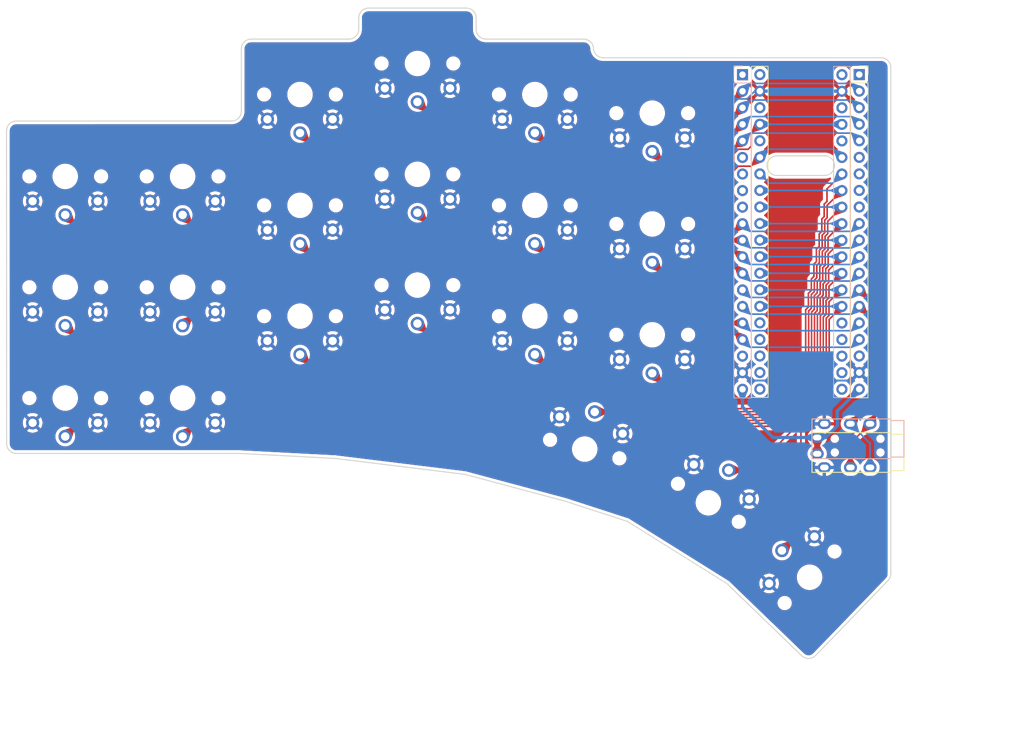
<source format=kicad_pcb>
(kicad_pcb (version 20241229) (generator "pcbnew") (generator_version "9.0")
  (title_block (title "kalypcb") (rev "v1.0.0") (company "Dwctor"))
  (layers (0 "F.Cu" signal) (2 "B.Cu" signal) (13 "F.Paste" user) (15 "B.Paste" user) (5 "F.SilkS" user "F.Silkscreen") (7 "B.SilkS" user "B.Silkscreen") (1 "F.Mask" user) (3 "B.Mask" user) (25 "Edge.Cuts" user))
  (net 0 "")
  (net 1 "GND")
  (net 2 "matrix_outer_bottom")
  (net 3 "matrix_outer_home")
  (net 4 "matrix_outer_top")
  (net 5 "matrix_pinky_bottom")
  (net 6 "matrix_pinky_home")
  (net 7 "matrix_pinky_top")
  (net 8 "matrix_ring_bottom")
  (net 9 "matrix_ring_home")
  (net 10 "matrix_ring_top")
  (net 11 "matrix_middle_bottom")
  (net 12 "matrix_middle_home")
  (net 13 "matrix_middle_top")
  (net 14 "matrix_index_bottom")
  (net 15 "matrix_index_home")
  (net 16 "matrix_index_top")
  (net 17 "matrix_inner_bottom")
  (net 18 "matrix_inner_home")
  (net 19 "matrix_inner_top")
  (net 20 "thumb_inny")
  (net 21 "thumb_middy")
  (net 22 "thumb_reachy")
  (net 23 "RX")
  (net 24 "TX")
  (net 25 "+3V3")
  (footprint "PG1350" (layer "F.Cu") (at 58 43.5 180)
    (property "Reference" "S8" (hide yes))
    (property "Value" "" (hide yes))
  )
  (footprint "PG1350" (layer "F.Cu") (at 120.602727 89.14088 -32)
    (property "Reference" "S20" (hide yes))
    (property "Value" "" (hide yes))
  )
  (footprint "PG1350" (layer "F.Cu") (at 76 55.74 180)
    (property "Reference" "S10" (hide yes))
    (property "Value" "" (hide yes))
  )
  (footprint "PG1350" (layer "F.Cu") (at 94 60.5 180)
    (property "Reference" "S13" (hide yes))
    (property "Value" "" (hide yes))
  )
  (footprint "PG1350" (layer "F.Cu") (at 40 73.07 180)
    (property "Reference" "S4" (hide yes))
    (property "Value" "" (hide yes))
  )
  (footprint "clipboard:1eb54394-d1bf-44fc-bfc9-1714e0e999b7" (layer "F.Cu") (at 141.08 36.16)
    (property "Reference" "" (hide yes))
    (property "Value" "" (hide yes))
  )
  (footprint "PG1350" (layer "F.Cu") (at 136.127212 100.56429 46)
    (property "Reference" "S21" (hide yes))
    (property "Value" "" (hide yes))
  )
  (footprint "PG1350" (layer "F.Cu") (at 40 56.07 180)
    (property "Reference" "S5" (hide yes))
    (property "Value" "" (hide yes))
  )
  (footprint "PG1350" (layer "F.Cu") (at 101.65 80.9 -15)
    (property "Reference" "S19" (hide yes))
    (property "Value" "" (hide yes))
  )
  (footprint "PG1350" (layer "F.Cu") (at 94 26.5 180)
    (property "Reference" "S15" (hide yes))
    (property "Value" "" (hide yes))
  )
  (footprint "PG1350" (layer "F.Cu") (at 22 73.07 180)
    (property "Reference" "S1" (hide yes))
    (property "Value" "" (hide yes))
  )
  (footprint "PG1350" (layer "F.Cu") (at 112 29.36 180)
    (property "Reference" "S18" (hide yes))
    (property "Value" "" (hide yes))
  )
  (footprint "Keebio-Parts:TRRS-PJ-320A" (layer "F.Cu") (at 148.59 81.42 -90)
    (property "Reference" "J1")
    (property "Value" "TRRS")
  )
  (footprint "PG1350" (layer "F.Cu") (at 76 38.74 180)
    (property "Reference" "S11" (hide yes))
    (property "Value" "" (hide yes))
  )
  (footprint "PG1350" (layer "F.Cu") (at 58 26.5 180)
    (property "Reference" "S9" (hide yes))
    (property "Value" "" (hide yes))
  )
  (footprint "PG1350" (layer "F.Cu") (at 40 39.07 180)
    (property "Reference" "S6" (hide yes))
    (property "Value" "" (hide yes))
  )
  (footprint "PG1350" (layer "F.Cu") (at 94 43.5 180)
    (property "Reference" "S14" (hide yes))
    (property "Value" "" (hide yes))
  )
  (footprint "PG1350" (layer "F.Cu") (at 76 21.74 180)
    (property "Reference" "S12" (hide yes))
    (property "Value" "" (hide yes))
  )
  (footprint "PG1350" (layer "F.Cu") (at 112 63.36 180)
    (property "Reference" "S16" (hide yes))
    (property "Value" "" (hide yes))
  )
  (footprint "PG1350" (layer "F.Cu") (at 22 39.07 180)
    (property "Reference" "S3" (hide yes))
    (property "Value" "" (hide yes))
  )
  (footprint "PG1350" (layer "F.Cu") (at 22 56.07 180)
    (property "Reference" "S2" (hide yes))
    (property "Value" "" (hide yes))
  )
  (footprint "PG1350" (layer "F.Cu") (at 112 46.36 180)
    (property "Reference" "S17" (hide yes))
    (property "Value" "" (hide yes))
  )
  (footprint "PG1350" (layer "F.Cu") (at 58 60.5 180)
    (property "Reference" "S7" (hide yes))
    (property "Value" "" (hide yes))
  )
  (gr_line (start 83.5 13.24) (end 68.5 13.24) (stroke (width 0.15)) (layer "Edge.Cuts"))
  (gr_line (start 108.181571 91.991886) (end 123.461902 101.540097) (stroke (width 0.15)) (layer "Edge.Cuts"))
  (gr_arc (start 67 14.74) (mid 67.439354 13.679354) (end 68.5 13.24) (stroke (width 0.15)) (layer "Edge.Cuts"))
  (gr_arc (start 48.999354 29.069354) (mid 48.56 30.13) (end 47.499354 30.569354) (stroke (width 0.15)) (layer "Edge.Cuts"))
  (gr_line (start 14.51 81.57) (end 48.793641 81.57) (stroke (width 0.15)) (layer "Edge.Cuts"))
  (gr_arc (start 104.490646 20.859354) (mid 103.43 20.42) (end 102.990646 19.359354) (stroke (width 0.15)) (layer "Edge.Cuts"))
  (gr_arc (start 101.500004 18.00273) (mid 102.507765 18.392676) (end 102.990645 19.359354) (stroke (width 0.15)) (layer "Edge.Cuts"))
  (gr_line (start 65.499354 17.999354) (end 50.5 18) (stroke (width 0.15)) (layer "Edge.Cuts"))
  (gr_line (start 138.439369 38.91) (end 131.0999 38.91) (stroke (width 0.15)) (layer "Edge.Cuts"))
  (gr_line (start 148.571022 99.86) (end 148.58 99.86) (stroke (width 0.15)) (layer "Edge.Cuts"))
  (gr_arc (start 139.939369 37.41) (mid 139.5 38.470631) (end 138.439369 38.91) (stroke (width 0.15)) (layer "Edge.Cuts"))
  (gr_arc (start 129.6 37.41) (mid 130.039369 36.349369) (end 131.1 35.91) (stroke (width 0.15)) (layer "Edge.Cuts"))
  (gr_line (start 83.28955 84.78018) (end 98.669466 88.901216) (stroke (width 0.15)) (layer "Edge.Cuts"))
  (gr_line (start 148.58 99.86) (end 148.58 22.36) (stroke (width 0.15)) (layer "Edge.Cuts"))
  (gr_line (start 48.999354 29.069354) (end 49 19.5) (stroke (width 0.15)) (layer "Edge.Cuts"))
  (gr_arc (start 131.0999 38.91) (mid 130.039269 38.470631) (end 129.5999 37.41) (stroke (width 0.15)) (layer "Edge.Cuts"))
  (gr_line (start 98.669466 88.901216) (end 108.181571 91.991886) (stroke (width 0.15)) (layer "Edge.Cuts"))
  (gr_arc (start 137.044003 112.570933) (mid 135.991169 113.028736) (end 134.923006 112.607956) (stroke (width 0.15)) (layer "Edge.Cuts"))
  (gr_line (start 86.500646 17.999354) (end 101.500004 18.00273) (stroke (width 0.15)) (layer "Edge.Cuts"))
  (gr_line (start 63.36358 82.333578) (end 83.28955 84.78018) (stroke (width 0.15)) (layer "Edge.Cuts"))
  (gr_arc (start 148.571022 99.86) (mid 148.498239 100.506565) (end 148.158537 101.061497) (stroke (width 0.15)) (layer "Edge.Cuts"))
  (gr_arc (start 49 19.5) (mid 49.439354 18.439354) (end 50.5 18) (stroke (width 0.15)) (layer "Edge.Cuts"))
  (gr_line (start 131.1 35.91) (end 138.439469 35.91) (stroke (width 0.15)) (layer "Edge.Cuts"))
  (gr_line (start 147.08 20.86) (end 104.490646 20.859354) (stroke (width 0.15)) (layer "Edge.Cuts"))
  (gr_line (start 47.499354 30.569354) (end 14.5 30.57) (stroke (width 0.15)) (layer "Edge.Cuts"))
  (gr_arc (start 86.500646 17.999354) (mid 85.44 17.56) (end 85.000646 16.499354) (stroke (width 0.15)) (layer "Edge.Cuts"))
  (gr_line (start 137.044003 112.570934) (end 148.158537 101.061497) (stroke (width 0.15)) (layer "Edge.Cuts"))
  (gr_arc (start 14.51 81.57) (mid 13.449354 81.130646) (end 13.01 80.07) (stroke (width 0.15)) (layer "Edge.Cuts"))
  (gr_line (start 85 14.74) (end 85.000646 16.499354) (stroke (width 0.15)) (layer "Edge.Cuts"))
  (gr_arc (start 83.5 13.24) (mid 84.560646 13.679354) (end 85 14.74) (stroke (width 0.15)) (layer "Edge.Cuts"))
  (gr_line (start 13.01 80.07) (end 13 32.07) (stroke (width 0.15)) (layer "Edge.Cuts"))
  (gr_arc (start 147.08 20.86) (mid 148.140639 21.299348) (end 148.58 22.36) (stroke (width 0.15)) (layer "Edge.Cuts"))
  (gr_arc (start 13 32.07) (mid 13.439354 31.009354) (end 14.5 30.57) (stroke (width 0.15)) (layer "Edge.Cuts"))
  (gr_arc (start 138.439469 35.91) (mid 139.5001 36.349369) (end 139.939469 37.41) (stroke (width 0.15)) (layer "Edge.Cuts"))
  (gr_line (start 123.461902 101.540097) (end 134.923006 112.607956) (stroke (width 0.15)) (layer "Edge.Cuts"))
  (gr_arc (start 66.999354 16.499354) (mid 66.56 17.56) (end 65.499354 17.999354) (stroke (width 0.15)) (layer "Edge.Cuts"))
  (gr_line (start 67 14.74) (end 66.999354 16.499354) (stroke (width 0.15)) (layer "Edge.Cuts"))
  (gr_line (start 48.793641 81.57) (end 63.36358 82.333578) (stroke (width 0.15)) (layer "Edge.Cuts"))
  (segment (start 122.985 27.175) (end 126.525 27.175) (width 0.25) (layer "B.Cu") (net 1))
  (segment (start 127.04 70.38) (end 125.84 69.18) (width 0.3) (layer "B.Cu") (net 1))
  (segment (start 143.74 69.16) (end 142.52 70.38) (width 0.3) (layer "B.Cu") (net 1))
  (segment (start 126.525 27.175) (end 127.72 25.98) (width 0.25) (layer "B.Cu") (net 1))
  (segment (start 128.5 25.98) (end 141.06 25.98) (width 0.5) (layer "B.Cu") (net 1))
  (segment (start 117 33.16) (end 122.985 27.175) (width 0.25) (layer "B.Cu") (net 1))
  (segment (start 141.06 25.98) (end 141.08 26) (width 0.5) (layer "B.Cu") (net 1))
  (segment (start 127.72 25.98) (end 128.5 25.98) (width 0.25) (layer "B.Cu") (net 1))
  (segment (start 142.52 70.38) (end 127.04 70.38) (width 0.3) (layer "B.Cu") (net 1))
  (segment (start 133.089772 76.5) (end 110.372792 76.5) (width 0.25) (layer "F.Cu") (net 2))
  (segment (start 66.786396 63.85) (end 62.086396 68.55) (width 0.25) (layer "F.Cu") (net 2))
  (segment (start 25.1345 75.8355) (end 22 78.97) (width 0.25) (layer "F.Cu") (net 2))
  (segment (start 110.372792 76.5) (end 103.172792 69.3) (width 0.25) (layer "F.Cu") (net 2))
  (segment (start 137.325 72.264772) (end 133.089772 76.5) (width 0.25) (layer "F.Cu") (net 2))
  (segment (start 138.2 55.547208) (end 138.2 57.290812) (width 0.25) (layer "F.Cu") (net 2))
  (segment (start 103.172792 69.3) (end 90.636396 69.3) (width 0.25) (layer "F.Cu") (net 2))
  (segment (start 25.1345 69.9655) (end 25.1345 75.8355) (width 0.25) (layer "F.Cu") (net 2))
  (segment (start 138.971802 50.968198) (end 138.971802 52.871802) (width 0.25) (layer "F.Cu") (net 2))
  (segment (start 62.086396 68.55) (end 26.55 68.55) (width 0.25) (layer "F.Cu") (net 2))
  (segment (start 138.591802 55.155406) (end 138.2 55.547208) (width 0.25) (layer "F.Cu") (net 2))
  (segment (start 85.186396 63.85) (end 66.786396 63.85) (width 0.25) (layer "F.Cu") (net 2))
  (segment (start 90.636396 69.3) (end 85.186396 63.85) (width 0.25) (layer "F.Cu") (net 2))
  (segment (start 138.971802 52.871802) (end 138.591802 53.251802) (width 0.25) (layer "F.Cu") (net 2))
  (segment (start 138.2 57.290812) (end 137.744885 57.745927) (width 0.25) (layer "F.Cu") (net 2))
  (segment (start 138.591802 53.251802) (end 138.591802 55.155406) (width 0.25) (layer "F.Cu") (net 2))
  (segment (start 137.744885 59.844885) (end 137.325 60.26477) (width 0.25) (layer "F.Cu") (net 2))
  (segment (start 137.325 60.26477) (end 137.325 72.264772) (width 0.25) (layer "F.Cu") (net 2))
  (segment (start 26.55 68.55) (end 25.1345 69.9655) (width 0.25) (layer "F.Cu") (net 2))
  (segment (start 137.744885 57.745927) (end 137.744885 59.844885) (width 0.25) (layer "F.Cu") (net 2))
  (segment (start 141.08 48.86) (end 138.971802 50.968198) (width 0.25) (layer "F.Cu") (net 2))
  (segment (start 141.06 48.84) (end 141.08 48.86) (width 0.25) (layer "B.Cu") (net 2))
  (segment (start 128.5 48.84) (end 141.06 48.84) (width 0.25) (layer "B.Cu") (net 2))
  (segment (start 55.865 52.135) (end 58 52.135) (width 0.25) (layer "F.Cu") (net 3))
  (segment (start 24.03 64) (end 44 64) (width 0.25) (layer "F.Cu") (net 3))
  (segment (start 58 52.135) (end 69.1 52.135) (width 0.25) (layer "F.Cu") (net 3))
  (segment (start 22 61.97) (end 24.03 64) (width 0.25) (layer "F.Cu") (net 3))
  (segment (start 69.1 52.135) (end 85.235 52.135) (width 0.25) (layer "F.Cu") (net 3))
  (segment (start 85.235 52.135) (end 89.4 56.3) (width 0.25) (layer "F.Cu") (net 3))
  (segment (start 118.04 56.3) (end 125.84 64.1) (width 0.25) (layer "F.Cu") (net 3))
  (segment (start 44 64) (end 55.865 52.135) (width 0.25) (layer "F.Cu") (net 3))
  (segment (start 89.4 56.3) (end 118.04 56.3) (width 0.25) (layer "F.Cu") (net 3))
  (segment (start 142.545 65.275) (end 143.74 64.08) (width 0.25) (layer "B.Cu") (net 3))
  (segment (start 127.015 65.275) (end 142.545 65.275) (width 0.25) (layer "B.Cu") (net 3))
  (segment (start 125.84 64.1) (end 127.015 65.275) (width 0.25) (layer "B.Cu") (net 3))
  (segment (start 122.388298 40.3) (end 125.194149 37.494149) (width 0.25) (layer "F.Cu") (net 4))
  (segment (start 22 44.97) (end 24.13 47.1) (width 0.25) (layer "F.Cu") (net 4))
  (segment (start 94.79396 35.605) (end 99.48896 40.3) (width 0.25) (layer "F.Cu") (net 4))
  (segment (start 56.895 35.605) (end 94.79396 35.605) (width 0.25) (layer "F.Cu") (net 4))
  (segment (start 24.13 47.1) (end 45.4 47.1) (width 0.25) (layer "F.Cu") (net 4))
  (segment (start 125.2 37.5) (end 127.14 37.5) (width 0.25) (layer "F.Cu") (net 4))
  (segment (start 125.194149 37.494149) (end 125.2 37.5) (width 0.25) (layer "F.Cu") (net 4))
  (segment (start 99.48896 40.3) (end 122.388298 40.3) (width 0.25) (layer "F.Cu") (net 4))
  (segment (start 127.14 37.5) (end 128.5 36.14) (width 0.25) (layer "F.Cu") (net 4))
  (segment (start 45.4 47.1) (end 56.895 35.605) (width 0.25) (layer "F.Cu") (net 4))
  (segment (start 128.5 36.14) (end 129.74 34.9) (width 0.25) (layer "B.Cu") (net 4))
  (segment (start 129.74 34.9) (end 139.82 34.9) (width 0.25) (layer "B.Cu") (net 4))
  (segment (start 139.82 34.9) (end 141.08 36.16) (width 0.25) (layer "B.Cu") (net 4))
  (segment (start 85 64.3) (end 90.45 69.75) (width 0.25) (layer "F.Cu") (net 5))
  (segment (start 138.65 55.733604) (end 139.041802 55.341802) (width 0.25) (layer "F.Cu") (net 5))
  (segment (start 44.67 69) (end 62.272792 69) (width 0.25) (layer "F.Cu") (net 5))
  (segment (start 138.2 57.927208) (end 138.65 57.477208) (width 0.25) (layer "F.Cu") (net 5))
  (segment (start 133.276168 76.95) (end 137.775 72.451168) (width 0.25) (layer "F.Cu") (net 5))
  (segment (start 43.16 75.81) (end 43.16 70.51) (width 0.25) (layer "F.Cu") (net 5))
  (segment (start 137.775 72.451168) (end 137.775 60.451166) (width 0.25) (layer "F.Cu") (net 5))
  (segment (start 40 78.97) (end 43.16 75.81) (width 0.25) (layer "F.Cu") (net 5))
  (segment (start 138.65 57.477208) (end 138.65 55.733604) (width 0.25) (layer "F.Cu") (net 5))
  (segment (start 90.45 69.75) (end 102.986396 69.75) (width 0.25) (layer "F.Cu") (net 5))
  (segment (start 110.186396 76.95) (end 133.276168 76.95) (width 0.25) (layer "F.Cu") (net 5))
  (segment (start 138.2 60.026166) (end 138.2 57.927208) (width 0.25) (layer "F.Cu") (net 5))
  (segment (start 102.986396 69.75) (end 110.186396 76.95) (width 0.25) (layer "F.Cu") (net 5))
  (segment (start 43.16 70.51) (end 44.67 69) (width 0.25) (layer "F.Cu") (net 5))
  (segment (start 137.775 60.451166) (end 138.2 60.026166) (width 0.25) (layer "F.Cu") (net 5))
  (segment (start 62.272792 69) (end 66.972792 64.3) (width 0.25) (layer "F.Cu") (net 5))
  (segment (start 139.041802 53.438198) (end 141.08 51.4) (width 0.25) (layer "F.Cu") (net 5))
  (segment (start 139.041802 55.341802) (end 139.041802 53.438198) (width 0.25) (layer "F.Cu") (net 5))
  (segment (start 66.972792 64.3) (end 85 64.3) (width 0.25) (layer "F.Cu") (net 5))
  (segment (start 141.06 51.38) (end 141.08 51.4) (width 0.25) (layer "B.Cu") (net 5))
  (segment (start 128.5 51.38) (end 141.06 51.38) (width 0.25) (layer "B.Cu") (net 5))
  (segment (start 47.5 57.85) (end 49.513604 57.85) (width 0.25) (layer "F.Cu") (net 6))
  (segment (start 49.513604 57.85) (end 55.678604 51.685) (width 0.25) (layer "F.Cu") (net 6))
  (segment (start 89.586396 55.85) (end 118.226396 55.85) (width 0.25) (layer "F.Cu") (net 6))
  (segment (start 55.678604 51.685) (end 85.421396 51.685) (width 0.25) (layer "F.Cu") (net 6))
  (segment (start 123.936396 61.56) (end 125.84 61.56) (width 0.25) (layer "F.Cu") (net 6))
  (segment (start 118.226396 55.85) (end 123.936396 61.56) (width 0.25) (layer "F.Cu") (net 6))
  (segment (start 85.421396 51.685) (end 89.586396 55.85) (width 0.25) (layer "F.Cu") (net 6))
  (segment (start 40 61.97) (end 44.12 57.85) (width 0.25) (layer "F.Cu") (net 6))
  (segment (start 44.12 57.85) (end 47.5 57.85) (width 0.25) (layer "F.Cu") (net 6))
  (segment (start 142.545 62.735) (end 143.74 61.54) (width 0.25) (layer "B.Cu") (net 6))
  (segment (start 125.84 61.56) (end 127.015 62.735) (width 0.25) (layer "B.Cu") (net 6))
  (segment (start 127.015 62.735) (end 142.545 62.735) (width 0.25) (layer "B.Cu") (net 6))
  (segment (start 125.2 34.9) (end 126.7 34.9) (width 0.25) (layer "F.Cu") (net 7))
  (segment (start 41.68 46.65) (end 45.213604 46.65) (width 0.25) (layer "F.Cu") (net 7))
  (segment (start 40 44.97) (end 41.68 46.65) (width 0.25) (layer "F.Cu") (net 7))
  (segment (start 124.5 35.6) (end 125.2 34.9) (width 0.25) (layer "F.Cu") (net 7))
  (segment (start 122.201902 39.85) (end 124.5 37.551902) (width 0.25) (layer "F.Cu") (net 7))
  (segment (start 126.7 34.9) (end 127.2 34.4) (width 0.25) (layer "F.Cu") (net 7))
  (segment (start 45.213604 46.65) (end 56.708604 35.155) (width 0.25) (layer "F.Cu") (net 7))
  (segment (start 56.708604 35.155) (end 94.980356 35.155) (width 0.25) (layer "F.Cu") (net 7))
  (segment (start 127.2 34.4) (end 127.2 32.36) (width 0.25) (layer "F.Cu") (net 7))
  (segment (start 99.675356 39.85) (end 122.201902 39.85) (width 0.25) (layer "F.Cu") (net 7))
  (segment (start 94.980356 35.155) (end 99.675356 39.85) (width 0.25) (layer "F.Cu") (net 7))
  (segment (start 124.5 37.551902) (end 124.5 35.6) (width 0.25) (layer "F.Cu") (net 7))
  (segment (start 127.2 32.36) (end 128.5 31.06) (width 0.25) (layer "F.Cu") (net 7))
  (segment (start 128.5 31.06) (end 141.06 31.06) (width 0.25) (layer "B.Cu") (net 7))
  (segment (start 141.06 31.06) (end 141.08 31.08) (width 0.25) (layer "B.Cu") (net 7))
  (segment (start 136.875 60.078374) (end 137.294885 59.658489) (width 0.25) (layer "F.Cu") (net 8))
  (segment (start 137.294885 57.559531) (end 137.75 57.104416) (width 0.25) (layer "F.Cu") (net 8))
  (segment (start 110.559188 76.05) (end 132.903376 76.05) (width 0.25) (layer "F.Cu") (net 8))
  (segment (start 103.359188 68.85) (end 110.559188 76.05) (width 0.25) (layer "F.Cu") (net 8))
  (segment (start 90.822792 68.85) (end 103.359188 68.85) (width 0.25) (layer "F.Cu") (net 8))
  (segment (start 138.951802 50.351802) (end 138.951802 48.448198) (width 0.25) (layer "F.Cu") (net 8))
  (segment (start 58 66.4) (end 59.7 68.1) (width 0.25) (layer "F.Cu") (net 8))
  (segment (start 59.7 68.1) (end 61.9 68.1) (width 0.25) (layer "F.Cu") (net 8))
  (segment (start 137.75 57.104416) (end 137.75 55.360812) (width 0.25) (layer "F.Cu") (net 8))
  (segment (start 61.9 68.1) (end 66.6 63.4) (width 0.25) (layer "F.Cu") (net 8))
  (segment (start 66.6 63.4) (end 85.372792 63.4) (width 0.25) (layer "F.Cu") (net 8))
  (segment (start 138.141802 53.065406) (end 138.521802 52.685406) (width 0.25) (layer "F.Cu") (net 8))
  (segment (start 138.521802 50.781802) (end 138.951802 50.351802) (width 0.25) (layer "F.Cu") (net 8))
  (segment (start 138.521802 52.685406) (end 138.521802 50.781802) (width 0.25) (layer "F.Cu") (net 8))
  (segment (start 85.372792 63.4) (end 90.822792 68.85) (width 0.25) (layer "F.Cu") (net 8))
  (segment (start 138.141802 54.96901) (end 138.141802 53.065406) (width 0.25) (layer "F.Cu") (net 8))
  (segment (start 132.903376 76.05) (end 136.875 72.078376) (width 0.25) (layer "F.Cu") (net 8))
  (segment (start 137.294885 59.658489) (end 137.294885 57.559531) (width 0.25) (layer "F.Cu") (net 8))
  (segment (start 136.875 72.078376) (end 136.875 60.078374) (width 0.25) (layer "F.Cu") (net 8))
  (segment (start 138.951802 48.448198) (end 141.08 46.32) (width 0.25) (layer "F.Cu") (net 8))
  (segment (start 137.75 55.360812) (end 138.141802 54.96901) (width 0.25) (layer "F.Cu") (net 8))
  (segment (start 128.5 46.3) (end 141.06 46.3) (width 0.25) (layer "B.Cu") (net 8))
  (segment (start 141.06 46.3) (end 141.08 46.32) (width 0.25) (layer "B.Cu") (net 8))
  (segment (start 59.835 51.235) (end 85.607792 51.235) (width 0.25) (layer "F.Cu") (net 9))
  (segment (start 58 49.4) (end 59.835 51.235) (width 0.25) (layer "F.Cu") (net 9))
  (segment (start 124.084594 52.184594) (end 125.84 53.94) (width 0.25) (layer "F.Cu") (net 9))
  (segment (start 121.884594 52.184594) (end 124.084594 52.184594) (width 0.25) (layer "F.Cu") (net 9))
  (segment (start 85.607792 51.235) (end 89.772792 55.4) (width 0.25) (layer "F.Cu") (net 9))
  (segment (start 89.772792 55.4) (end 118.669188 55.4) (width 0.25) (layer "F.Cu") (net 9))
  (segment (start 118.669188 55.4) (end 121.884594 52.184594) (width 0.25) (layer "F.Cu") (net 9))
  (segment (start 126.995 55.095) (end 140.573299 55.095) (width 0.25) (layer "B.Cu") (net 9))
  (segment (start 142.545 55.115) (end 143.74 53.92) (width 0.25) (layer "B.Cu") (net 9))
  (segment (start 140.573299 55.095) (end 140.593299 55.115) (width 0.25) (layer "B.Cu") (net 9))
  (segment (start 125.84 53.94) (end 126.995 55.095) (width 0.25) (layer "B.Cu") (net 9))
  (segment (start 140.593299 55.115) (end 142.545 55.115) (width 0.25) (layer "B.Cu") (net 9))
  (segment (start 60.305 34.705) (end 95.166752 34.705) (width 0.25) (layer "F.Cu") (net 10))
  (segment (start 98.472792 38) (end 99.872792 39.4) (width 0.25) (layer "F.Cu") (net 10))
  (segment (start 58 32.4) (end 60.305 34.705) (width 0.25) (layer "F.Cu") (net 10))
  (segment (start 124.05 35.41) (end 125.84 33.62) (width 0.25) (layer "F.Cu") (net 10))
  (segment (start 122.015506 39.4) (end 124.05 37.365506) (width 0.25) (layer "F.Cu") (net 10))
  (segment (start 99.872792 39.4) (end 122.015506 39.4) (width 0.25) (layer "F.Cu") (net 10))
  (segment (start 98.461752 38) (end 98.472792 38) (width 0.25) (layer "F.Cu") (net 10))
  (segment (start 95.166752 34.705) (end 98.461752 38) (width 0.25) (layer "F.Cu") (net 10))
  (segment (start 124.05 37.365506) (end 124.05 35.41) (width 0.25) (layer "F.Cu") (net 10))
  (segment (start 127.035 32.425) (end 142.565 32.425) (width 0.25) (layer "B.Cu") (net 10))
  (segment (start 142.565 32.425) (end 143.74 33.6) (width 0.25) (layer "B.Cu") (net 10))
  (segment (start 125.84 33.62) (end 127.035 32.425) (width 0.25) (layer "B.Cu") (net 10))
  (segment (start 138.9 45.96) (end 141.08 43.78) (width 0.25) (layer "F.Cu") (net 11))
  (segment (start 77.31 62.95) (end 87.05 62.95) (width 0.25) (layer "F.Cu") (net 11))
  (segment (start 138.9 47.863604) (end 138.9 45.96) (width 0.25) (layer "F.Cu") (net 11))
  (segment (start 138.501802 50.165406) (end 138.501802 48.261802) (width 0.25) (layer "F.Cu") (net 11))
  (segment (start 87.7 62.3) (end 90.4 62.3) (width 0.25) (layer "F.Cu") (net 11))
  (segment (start 137.687208 52.883604) (end 138.071802 52.49901) (width 0.25) (layer "F.Cu") (net 11))
  (segment (start 92.6 68.4) (end 103.545584 68.4) (width 0.25) (layer "F.Cu") (net 11))
  (segment (start 76 61.64) (end 77.31 62.95) (width 0.25) (layer "F.Cu") (net 11))
  (segment (start 91.5 63.4) (end 91.5 67.3) (width 0.25) (layer "F.Cu") (net 11))
  (segment (start 137.687208 54.787208) (end 137.687208 52.883604) (width 0.25) (layer "F.Cu") (net 11))
  (segment (start 136.425 59.891978) (end 136.844885 59.472093) (width 0.25) (layer "F.Cu") (net 11))
  (segment (start 138.071802 50.595406) (end 138.501802 50.165406) (width 0.25) (layer "F.Cu") (net 11))
  (segment (start 137.3 56.91802) (end 137.3 55.174416) (width 0.25) (layer "F.Cu") (net 11))
  (segment (start 90.4 62.3) (end 91.5 63.4) (width 0.25) (layer "F.Cu") (net 11))
  (segment (start 136.844885 57.373135) (end 137.3 56.91802) (width 0.25) (layer "F.Cu") (net 11))
  (segment (start 91.5 67.3) (end 92.6 68.4) (width 0.25) (layer "F.Cu") (net 11))
  (segment (start 136.844885 59.472093) (end 136.844885 57.373135) (width 0.25) (layer "F.Cu") (net 11))
  (segment (start 103.545584 68.4) (end 110.745584 75.6) (width 0.25) (layer "F.Cu") (net 11))
  (segment (start 132.71698 75.6) (end 136.425 71.89198) (width 0.25) (layer "F.Cu") (net 11))
  (segment (start 138.071802 52.49901) (end 138.071802 50.595406) (width 0.25) (layer "F.Cu") (net 11))
  (segment (start 137.3 55.174416) (end 137.687208 54.787208) (width 0.25) (layer "F.Cu") (net 11))
  (segment (start 87.05 62.95) (end 87.7 62.3) (width 0.25) (layer "F.Cu") (net 11))
  (segment (start 138.501802 48.261802) (end 138.9 47.863604) (width 0.25) (layer "F.Cu") (net 11))
  (segment (start 136.425 71.89198) (end 136.425 59.891978) (width 0.25) (layer "F.Cu") (net 11))
  (segment (start 110.745584 75.6) (end 132.71698 75.6) (width 0.25) (layer "F.Cu") (net 11))
  (segment (start 128.5 43.76) (end 141.06 43.76) (width 0.25) (layer "B.Cu") (net 11))
  (segment (start 141.06 43.76) (end 141.08 43.78) (width 0.25) (layer "B.Cu") (net 11))
  (segment (start 76 44.64) (end 82.145 50.785) (width 0.25) (layer "F.Cu") (net 12))
  (segment (start 89.959188 54.95) (end 118.482792 54.95) (width 0.25) (layer "F.Cu") (net 12))
  (segment (start 82.145 50.785) (end 85.794188 50.785) (width 0.25) (layer "F.Cu") (net 12))
  (segment (start 118.482792 54.95) (end 122.916396 50.516396) (width 0.25) (layer "F.Cu") (net 12))
  (segment (start 85.794188 50.785) (end 89.959188 54.95) (width 0.25) (layer "F.Cu") (net 12))
  (segment (start 124.956396 50.516396) (end 125.84 51.4) (width 0.25) (layer "F.Cu") (net 12))
  (segment (start 122.916396 50.516396) (end 124.956396 50.516396) (width 0.25) (layer "F.Cu") (net 12))
  (segment (start 142.545 52.575) (end 143.74 51.38) (width 0.25) (layer "B.Cu") (net 12))
  (segment (start 127.015 52.575) (end 142.545 52.575) (width 0.25) (layer "B.Cu") (net 12))
  (segment (start 125.84 51.4) (end 127.015 52.575) (width 0.25) (layer "B.Cu") (net 12))
  (segment (start 121.82911 38.95) (end 123.589555 37.189555) (width 0.25) (layer "F.Cu") (net 13))
  (segment (start 82.615 34.255) (end 95.353148 34.255) (width 0.25) (layer "F.Cu") (net 13))
  (segment (start 76 27.64) (end 82.615 34.255) (width 0.25) (layer "F.Cu") (net 13))
  (segment (start 124.061802 32.858198) (end 125.84 31.08) (width 0.25) (layer "F.Cu") (net 13))
  (segment (start 95.353148 34.255) (end 98.648148 37.55) (width 0.25) (layer "F.Cu") (net 13))
  (segment (start 124.061802 34.761802) (end 124.061802 32.858198) (width 0.25) (layer "F.Cu") (net 13))
  (segment (start 123.589555 37.189555) (end 123.589555 35.234049) (width 0.25) (layer "F.Cu") (net 13))
  (segment (start 98.659188 37.55) (end 100.059188 38.95) (width 0.25) (layer "F.Cu") (net 13))
  (segment (start 123.589555 35.234049) (end 124.061802 34.761802) (width 0.25) (layer "F.Cu") (net 13))
  (segment (start 98.648148 37.55) (end 98.659188 37.55) (width 0.25) (layer "F.Cu") (net 13))
  (segment (start 100.059188 38.95) (end 121.82911 38.95) (width 0.25) (layer "F.Cu") (net 13))
  (segment (start 125.84 31.08) (end 127.035 29.885) (width 0.25) (layer "B.Cu") (net 13))
  (segment (start 127.035 29.885) (end 142.565 29.885) (width 0.25) (layer "B.Cu") (net 13))
  (segment (start 142.565 29.885) (end 143.74 31.06) (width 0.25) (layer "B.Cu") (net 13))
  (segment (start 138.051802 49.97901) (end 137.621802 50.40901) (width 0.25) (layer "F.Cu") (net 14))
  (segment (start 138.811802 45.411802) (end 138.45 45.773604) (width 0.25) (layer "F.Cu") (net 14))
  (segment (start 136.394885 59.285697) (end 135.975 59.705582) (width 0.25) (layer "F.Cu") (net 14))
  (segment (start 138.811802 43.508198) (end 138.811802 45.411802) (width 0.25) (layer "F.Cu") (net 14))
  (segment (start 137.237208 54.600812) (end 136.85 54.98802) (width 0.25) (layer "F.Cu") (net 14))
  (segment (start 132.530584 75.15) (end 110.93198 75.15) (width 0.25) (layer "F.Cu") (net 14))
  (segment (start 135.975 71.705584) (end 132.530584 75.15) (width 0.25) (layer "F.Cu") (net 14))
  (segment (start 137.621802 52.312614) (end 137.237208 52.697208) (width 0.25) (layer "F.Cu") (net 14))
  (segment (start 135.975 59.705582) (end 135.975 71.705584) (width 0.25) (layer "F.Cu") (net 14))
  (segment (start 141.08 41.24) (end 138.811802 43.508198) (width 0.25) (layer "F.Cu") (net 14))
  (segment (start 138.45 47.677208) (end 138.051802 48.075406) (width 0.25) (layer "F.Cu") (net 14))
  (segment (start 136.85 56.731624) (end 136.394885 57.186739) (width 0.25) (layer "F.Cu") (net 14))
  (segment (start 95.55 67.95) (end 94 66.4) (width 0.25) (layer "F.Cu") (net 14))
  (segment (start 136.394885 57.186739) (end 136.394885 59.285697) (width 0.25) (layer "F.Cu") (net 14))
  (segment (start 136.85 54.98802) (end 136.85 56.731624) (width 0.25) (layer "F.Cu") (net 14))
  (segment (start 138.051802 48.075406) (end 138.051802 49.97901) (width 0.25) (layer "F.Cu") (net 14))
  (segment (start 137.621802 50.40901) (end 137.621802 52.312614) (width 0.25) (layer "F.Cu") (net 14))
  (segment (start 137.237208 52.697208) (end 137.237208 54.600812) (width 0.25) (layer "F.Cu") (net 14))
  (segment (start 138.45 45.773604) (end 138.45 47.677208) (width 0.25) (layer "F.Cu") (net 14))
  (segment (start 110.93198 75.15) (end 103.73198 67.95) (width 0.25) (layer "F.Cu") (net 14))
  (segment (start 103.73198 67.95) (end 95.55 67.95) (width 0.25) (layer "F.Cu") (net 14))
  (segment (start 128.5 41.22) (end 141.06 41.22) (width 0.25) (layer "B.Cu") (net 14))
  (segment (start 141.06 41.22) (end 141.08 41.24) (width 0.25) (layer "B.Cu") (net 14))
  (segment (start 94 49.4) (end 99.1 54.5) (width 0.25) (layer "F.Cu") (net 15))
  (segment (start 99.1 54.5) (end 118.296396 54.5) (width 0.25) (layer "F.Cu") (net 15))
  (segment (start 118.296396 54.5) (end 123.936396 48.86) (width 0.25) (layer "F.Cu") (net 15))
  (segment (start 123.936396 48.86) (end 125.84 48.86) (width 0.25) (layer "F.Cu") (net 15))
  (segment (start 142.545 50.035) (end 143.74 48.84) (width 0.25) (layer "B.Cu") (net 15))
  (segment (start 126.995 50.015) (end 139.19 50.015) (width 0.25) (layer "B.Cu") (net 15))
  (segment (start 139.21 50.035) (end 142.545 50.035) (width 0.25) (layer "B.Cu") (net 15))
  (segment (start 139.19 50.015) (end 139.21 50.035) (width 0.25) (layer "B.Cu") (net 15))
  (segment (start 125.84 48.86) (end 126.995 50.015) (width 0.25) (layer "B.Cu") (net 15))
  (segment (start 100.245584 38.5) (end 121.642714 38.5) (width 0.25) (layer "F.Cu") (net 16))
  (segment (start 123.991802 32.291802) (end 123.991802 30.388198) (width 0.25) (layer "F.Cu") (net 16))
  (segment (start 123.139555 37.003159) (end 123.139555 35.047653) (width 0.25) (layer "F.Cu") (net 16))
  (segment (start 94.134544 32.4) (end 98.717272 36.982728) (width 0.25) (layer "F.Cu") (net 16))
  (segment (start 98.717272 36.982728) (end 98.728312 36.982728) (width 0.25) (layer "F.Cu") (net 16))
  (segment (start 123.611802 32.671802) (end 123.991802 32.291802) (width 0.25) (layer "F.Cu") (net 16))
  (segment (start 98.728312 36.982728) (end 100.245584 38.5) (width 0.25) (layer "F.Cu") (net 16))
  (segment (start 121.642714 38.5) (end 123.139555 37.003159) (width 0.25) (layer "F.Cu") (net 16))
  (segment (start 123.139555 35.047653) (end 123.611802 34.575406) (width 0.25) (layer "F.Cu") (net 16))
  (segment (start 123.611802 34.575406) (end 123.611802 32.671802) (width 0.25) (layer "F.Cu") (net 16))
  (segment (start 123.991802 30.388198) (end 125.84 28.54) (width 0.25) (layer "F.Cu") (net 16))
  (segment (start 94 32.4) (end 94.134544 32.4) (width 0.25) (layer "F.Cu") (net 16))
  (segment (start 142.565 27.345) (end 143.74 28.52) (width 0.25) (layer "B.Cu") (net 16))
  (segment (start 127.035 27.345) (end 142.565 27.345) (width 0.25) (layer "B.Cu") (net 16))
  (segment (start 125.84 28.54) (end 127.035 27.345) (width 0.25) (layer "B.Cu") (net 16))
  (segment (start 136.787208 54.414416) (end 136.787208 52.510812) (width 0.25) (layer "F.Cu") (net 17))
  (segment (start 132.344188 74.7) (end 135.525 71.519188) (width 0.25) (layer "F.Cu") (net 17))
  (segment (start 135.525 59.519186) (end 135.944885 59.099301) (width 0.25) (layer "F.Cu") (net 17))
  (segment (start 135.944885 59.099301) (end 135.944885 57.000343) (width 0.25) (layer "F.Cu") (net 17))
  (segment (start 136.4 56.545228) (end 136.4 54.801624) (width 0.25) (layer "F.Cu") (net 17))
  (segment (start 135.944885 57.000343) (end 136.4 56.545228) (width 0.25) (layer "F.Cu") (net 17))
  (segment (start 137.171802 52.126218) (end 137.171802 50.222614) (width 0.25) (layer "F.Cu") (net 17))
  (segment (start 136.787208 52.510812) (end 137.171802 52.126218) (width 0.25) (layer "F.Cu") (net 17))
  (segment (start 138.791802 40.988198) (end 141.08 38.7) (width 0.25) (layer "F.Cu") (net 17))
  (segment (start 138 45.587208) (end 138.361802 45.225406) (width 0.25) (layer "F.Cu") (net 17))
  (segment (start 112 69.26) (end 117.44 74.7) (width 0.25) (layer "F.Cu") (net 17))
  (segment (start 117.44 74.7) (end 132.344188 74.7) (width 0.25) (layer "F.Cu") (net 17))
  (segment (start 137.601802 49.792614) (end 137.601802 47.88901) (width 0.25) (layer "F.Cu") (net 17))
  (segment (start 138 47.490812) (end 138 45.587208) (width 0.25) (layer "F.Cu") (net 17))
  (segment (start 138.361802 43.321802) (end 138.791802 42.891802) (width 0.25) (layer "F.Cu") (net 17))
  (segment (start 138.361802 45.225406) (end 138.361802 43.321802) (width 0.25) (layer "F.Cu") (net 17))
  (segment (start 138.791802 42.891802) (end 138.791802 40.988198) (width 0.25) (layer "F.Cu") (net 17))
  (segment (start 135.525 71.519188) (end 135.525 59.519186) (width 0.25) (layer "F.Cu") (net 17))
  (segment (start 137.171802 50.222614) (end 137.601802 49.792614) (width 0.25) (layer "F.Cu") (net 17))
  (segment (start 136.4 54.801624) (end 136.787208 54.414416) (width 0.25) (layer "F.Cu") (net 17))
  (segment (start 137.601802 47.88901) (end 138 47.490812) (width 0.25) (layer "F.Cu") (net 17))
  (segment (start 129.355 39.535) (end 129.355 39.555) (width 0.25) (layer "B.Cu") (net 17))
  (segment (start 139.68 40.1) (end 141.08 38.7) (width 0.25) (layer "B.Cu") (net 17))
  (segment (start 128.5 38.68) (end 129.355 39.535) (width 0.25) (layer "B.Cu") (net 17))
  (segment (start 129.355 39.555) (end 129.9 40.1) (width 0.25) (layer "B.Cu") (net 17))
  (segment (start 129.9 40.1) (end 139.68 40.1) (width 0.25) (layer "B.Cu") (net 17))
  (segment (start 113.79 54.05) (end 118.11 54.05) (width 0.25) (layer "F.Cu") (net 18))
  (segment (start 112 52.26) (end 113.79 54.05) (width 0.25) (layer "F.Cu") (net 18))
  (segment (start 118.11 54.05) (end 125.84 46.32) (width 0.25) (layer "F.Cu") (net 18))
  (segment (start 127.015 47.495) (end 142.545 47.495) (width 0.25) (layer "B.Cu") (net 18))
  (segment (start 142.545 47.495) (end 143.74 46.3) (width 0.25) (layer "B.Cu") (net 18))
  (segment (start 125.84 46.32) (end 127.015 47.495) (width 0.25) (layer "B.Cu") (net 18))
  (segment (start 123.971802 29.771802) (end 123.971802 27.868198) (width 0.25) (layer "F.Cu") (net 19))
  (segment (start 122.689555 34.861257) (end 123.161802 34.38901) (width 0.25) (layer "F.Cu") (net 19))
  (segment (start 123.541802 32.105406) (end 123.541802 30.201802) (width 0.25) (layer "F.Cu") (net 19))
  (segment (start 123.541802 30.201802) (end 123.971802 29.771802) (width 0.25) (layer "F.Cu") (net 19))
  (segment (start 123.161802 32.485406) (end 123.541802 32.105406) (width 0.25) (layer "F.Cu") (net 19))
  (segment (start 122.689555 36.816763) (end 122.689555 34.861257) (width 0.25) (layer "F.Cu") (net 19))
  (segment (start 121.456318 38.05) (end 122.689555 36.816763) (width 0.25) (layer "F.Cu") (net 19))
  (segment (start 114.79 38.05) (end 121.456318 38.05) (width 0.25) (layer "F.Cu") (net 19))
  (segment (start 112 35.26) (end 114.79 38.05) (width 0.25) (layer "F.Cu") (net 19))
  (segment (start 123.971802 27.868198) (end 125.84 26) (width 0.25) (layer "F.Cu") (net 19))
  (segment (start 123.161802 34.38901) (end 123.161802 32.485406) (width 0.25) (layer "F.Cu") (net 19))
  (segment (start 127.035 24.805) (end 142.565 24.805) (width 0.25) (layer "B.Cu") (net 19))
  (segment (start 125.84 26) (end 127.035 24.805) (width 0.25) (layer "B.Cu") (net 19))
  (segment (start 142.565 24.805) (end 143.74 25.98) (width 0.25) (layer "B.Cu") (net 19))
  (segment (start 138.225 72.637564) (end 138.225 60.637562) (width 0.25) (layer "F.Cu") (net 20))
  (segment (start 139.1 55.92) (end 141.08 53.94) (width 0.25) (layer "F.Cu") (net 20))
  (segment (start 139.1 57.663604) (end 139.1 55.92) (width 0.25) (layer "F.Cu") (net 20))
  (segment (start 133.462564 77.4) (end 138.225 72.637564) (width 0.25) (layer "F.Cu") (net 20))
  (segment (start 138.65 58.113604) (end 139.1 57.663604) (width 0.25) (layer "F.Cu") (net 20))
  (segment (start 110 77.4) (end 133.462564 77.4) (width 0.25) (layer "F.Cu") (net 20))
  (segment (start 107.801038 75.201038) (end 110 77.4) (width 0.25) (layer "F.Cu") (net 20))
  (segment (start 138.225 60.637562) (end 138.65 60.212562) (width 0.25) (layer "F.Cu") (net 20))
  (segment (start 103.177032 75.201038) (end 107.801038 75.201038) (width 0.25) (layer "F.Cu") (net 20))
  (segment (start 138.65 60.212562) (end 138.65 58.113604) (width 0.25) (layer "F.Cu") (net 20))
  (segment (start 141.06 53.92) (end 141.08 53.94) (width 0.25) (layer "B.Cu") (net 20))
  (segment (start 128.5 53.92) (end 141.06 53.92) (width 0.25) (layer "B.Cu") (net 20))
  (segment (start 140.92 56.48) (end 141.08 56.48) (width 0.25) (layer "F.Cu") (net 21))
  (segment (start 138.675 72.82396) (end 138.675 60.823958) (width 0.25) (layer "F.Cu") (net 21))
  (segment (start 127.361564 84.137396) (end 138.675 72.82396) (width 0.25) (layer "F.Cu") (net 21))
  (segment (start 123.729251 84.137396) (end 127.361564 84.137396) (width 0.25) (layer "F.Cu") (net 21))
  (segment (start 138.675 60.823958) (end 139.1 60.398958) (width 0.25) (layer "F.Cu") (net 21))
  (segment (start 139.1 58.3) (end 140.92 56.48) (width 0.25) (layer "F.Cu") (net 21))
  (segment (start 139.1 60.398958) (end 139.1 58.3) (width 0.25) (layer "F.Cu") (net 21))
  (segment (start 141.06 56.46) (end 141.08 56.48) (width 0.25) (layer "B.Cu") (net 21))
  (segment (start 128.5 56.46) (end 141.06 56.46) (width 0.25) (layer "B.Cu") (net 21))
  (segment (start 134.8 77.335356) (end 139.125 73.010356) (width 0.25) (layer "F.Cu") (net 22))
  (segment (start 131.883107 96.465806) (end 134.8 93.548913) (width 0.25) (layer "F.Cu") (net 22))
  (segment (start 134.8 93.548913) (end 134.8 77.335356) (width 0.25) (layer "F.Cu") (net 22))
  (segment (start 139.125 73.010356) (end 139.125 61.010354) (width 0.25) (layer "F.Cu") (net 22))
  (segment (start 139.125 61.010354) (end 141.08 59.055354) (width 0.25) (layer "F.Cu") (net 22))
  (segment (start 141.08 59.055354) (end 141.08 59.02) (width 0.25) (layer "F.Cu") (net 22))
  (segment (start 141.06 59) (end 141.08 59.02) (width 0.25) (layer "B.Cu") (net 22))
  (segment (start 128.5 59) (end 141.06 59) (width 0.25) (layer "B.Cu") (net 22))
  (segment (start 145.7 60.96) (end 143.74 59) (width 0.25) (layer "F.Cu") (net 23))
  (segment (start 145.7 73.71) (end 145.7 60.96) (width 0.25) (layer "F.Cu") (net 23))
  (segment (start 142.39 77.02) (end 145.7 73.71) (width 0.25) (layer "F.Cu") (net 23))
  (segment (start 145.39 83.72) (end 145.39 80.02) (width 0.25) (layer "B.Cu") (net 23))
  (segment (start 127.015 60.195) (end 142.545 60.195) (width 0.25) (layer "B.Cu") (net 23))
  (segment (start 145.39 80.02) (end 142.39 77.02) (width 0.25) (layer "B.Cu") (net 23))
  (segment (start 142.545 60.195) (end 143.74 59) (width 0.25) (layer "B.Cu") (net 23))
  (segment (start 125.84 59.02) (end 127.015 60.195) (width 0.25) (layer "B.Cu") (net 23))
  (segment (start 146.15 58.87) (end 145.64 58.36) (width 0.25) (layer "F.Cu") (net 24))
  (segment (start 142.39 83.72) (end 142.39 80.02) (width 0.25) (layer "F.Cu") (net 24))
  (segment (start 145.39 77.02) (end 146.15 76.26) (width 0.25) (layer "F.Cu") (net 24))
  (segment (start 146.15 76.26) (end 146.15 58.87) (width 0.25) (layer "F.Cu") (net 24))
  (segment (start 145.64 58.36) (end 143.74 56.46) (width 0.25) (layer "F.Cu") (net 24))
  (segment (start 142.39 80.02) (end 145.39 77.02) (width 0.25) (layer "F.Cu") (net 24))
  (segment (start 137.375 57.635) (end 137.395 57.655) (width 0.25) (layer "B.Cu") (net 24))
  (segment (start 125.84 56.48) (end 126.995 57.635) (width 0.25) (layer "B.Cu") (net 24))
  (segment (start 126.995 57.635) (end 137.375 57.635) (width 0.25) (layer "B.Cu") (net 24))
  (segment (start 137.395 57.655) (end 142.545 57.655) (width 0.25) (layer "B.Cu") (net 24))
  (segment (start 142.545 57.655) (end 143.74 56.46) (width 0.25) (layer "B.Cu") (net 24))
  (segment (start 137.29 81.62) (end 137.29 79.12) (width 0.5) (layer "F.Cu") (net 25))
  (segment (start 138.58 79.12) (end 140.37 77.33) (width 0.5) (layer "B.Cu") (net 25))
  (segment (start 125.84 74.46) (end 125.84 71.72) (width 0.5) (layer "B.Cu") (net 25))
  (segment (start 137.29 79.12) (end 130.5 79.12) (width 0.5) (layer "B.Cu") (net 25))
  (segment (start 130.5 79.12) (end 125.84 74.46) (width 0.5) (layer "B.Cu") (net 25))
  (segment (start 140.37 77.33) (end 140.37 75.07) (width 0.5) (layer "B.Cu") (net 25))
  (segment (start 140.37 75.07) (end 143.74 71.7) (width 0.5) (layer "B.Cu") (net 25))
  (segment (start 137.29 79.12) (end 138.58 79.12) (width 0.5) (layer "B.Cu") (net 25))
  (zone (net 1) (net_name "GND") (layers "F.Cu" "B.Cu") (connect_pads (clearance 0.5)) (min_thickness 0.25) (fill yes (thermal_gap 0.5) (thermal_bridge_width 0.5))
    (polygon (pts (xy 12 12) (xy 12 126) (xy 169 126) (xy 169 12)))
  )
)
</source>
